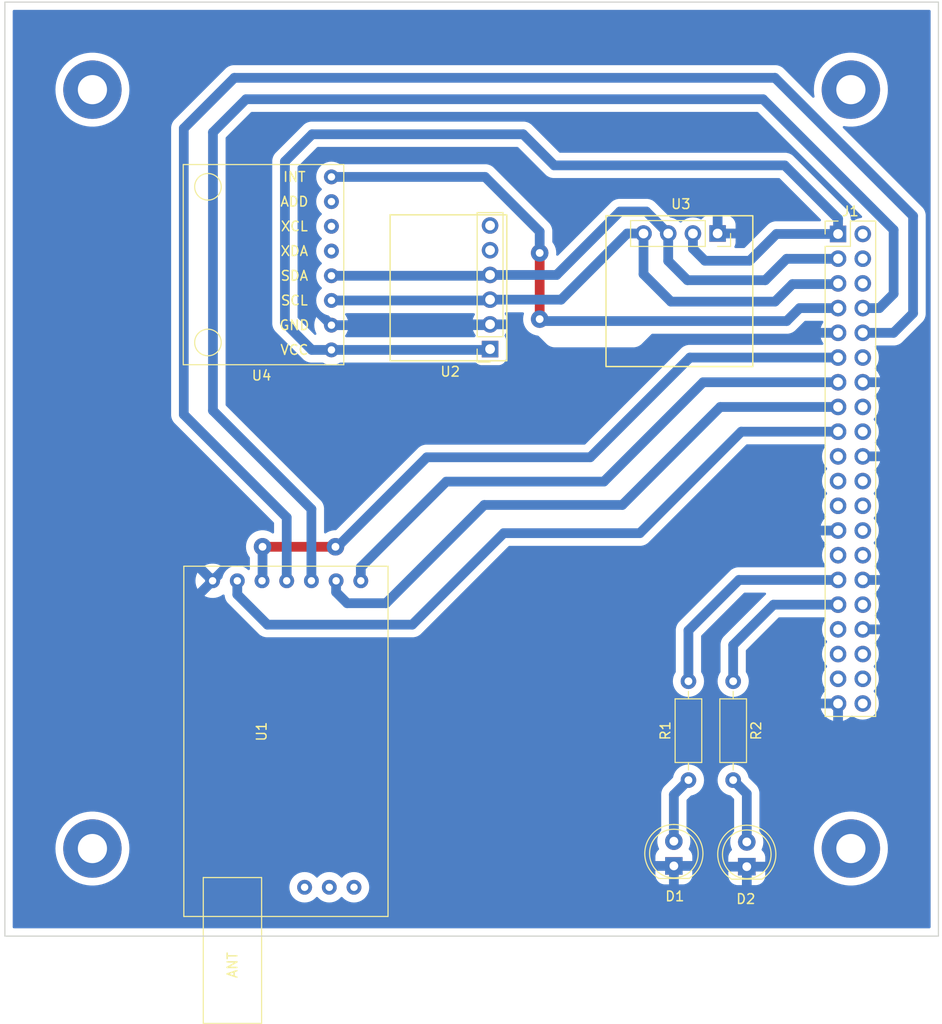
<source format=kicad_pcb>
(kicad_pcb (version 20211014) (generator pcbnew)
  (layers (0 "F.Cu" signal) (31 "B.Cu" signal) (34 "B.Paste" user) (35 "F.Paste" user) (36 "B.SilkS" user "B.Silkscreen") (37 "F.SilkS" user "F.Silkscreen") (38 "B.Mask" user) (39 "F.Mask" user) (44 "Edge.Cuts" user))
  (net 0 "")
  (net 1 "GND")
  (net 2 "Net-(D1-Pad2)")
  (net 3 "Net-(D2-Pad2)")
  (net 4 "/3.3V")
  (net 5 "/5V")
  (net 6 "/SDA")
  (net 8 "/SCL")
  (net 9 "/INT")
  (net 10 "/TX0")
  (net 11 "/RX0")
  (net 12 "/AUX")
  (net 14 "/M0")
  (net 15 "/M1")
  (net 26 "/LED1")
  (net 27 "/LED2")
  (footprint "usini_sensors:module_mpu6050" (layer "F.Cu") (at 128.185 65.983 180)
    (fp_text reference "U4" (at 7.185 -20.417 180) (layer "F.SilkS"))
    (fp_text value "module_mpu6050")
    (fp_text user "INT" (at 3.81 0) (layer "F.SilkS"))
    (fp_text user "ADD" (at 3.81 -2.54) (layer "F.SilkS"))
    (fp_text user "VCC" (at 3.81 -17.78) (layer "F.SilkS"))
    (fp_text user "XCL" (at 3.81 -5.08) (layer "F.SilkS"))
    (fp_text user "GND" (at 3.81 -15.24) (layer "F.SilkS"))
    (fp_text user "XDA" (at 3.81 -7.62) (layer "F.SilkS"))
    (fp_text user "SDA" (at 3.81 -10.16) (layer "F.SilkS"))
    (fp_text user "SCL" (at 3.81 -12.7) (layer "F.SilkS"))
    (fp_line (start 15.24 -19.304) (end 15.24 1.27) (layer "F.SilkS") (width 0.12))
    (fp_line (start -1.27 -19.304) (end 15.24 -19.304) (layer "F.SilkS") (width 0.12))
    (fp_line (start 15.24 1.27) (end -1.27 1.27) (layer "F.SilkS") (width 0.12))
    (fp_line (start -1.27 1.27) (end -1.27 -19.304) (layer "F.SilkS") (width 0.12))
    (fp_circle (center 12.7 -1.016) (end 13.208 0.254) (layer "F.SilkS") (width 0.12) (fill none))
    (fp_circle (center 12.7 -17.018) (end 13.208 -15.748) (layer "F.SilkS") (width 0.12) (fill none))
    (pad "1" thru_hole circle locked (at 0 -17.78 180) (size 1.524 1.524) (drill 0.762) (layers *.Cu *.Mask) (net 4 "/3.3V"))
    (pad "2" thru_hole circle locked (at 0 -15.24 180) (size 1.524 1.524) (drill 0.762) (layers *.Cu *.Mask) (net 1 "GND"))
    (pad "3" thru_hole circle locked (at 0 -12.7 180) (size 1.524 1.524) (drill 0.762) (layers *.Cu *.Mask) (net 8 "/SCL"))
    (pad "4" thru_hole circle locked (at 0 -10.16 180) (size 1.524 1.524) (drill 0.762) (layers *.Cu *.Mask) (net 6 "/SDA"))
    (pad "5" thru_hole circle locked (at 0 -7.62 180) (size 1.524 1.524) (drill 0.762) (layers *.Cu *.Mask))
    (pad "6" thru_hole circle locked (at 0 -5.08 180) (size 1.524 1.524) (drill 0.762) (layers *.Cu *.Mask))
    (pad "7" thru_hole circle locked (at 0 -2.54 180) (size 1.524 1.524) (drill 0.762) (layers *.Cu *.Mask))
    (pad "8" thru_hole circle locked (at 0 0 180) (size 1.524 1.524) (drill 0.762) (layers *.Cu *.Mask) (net 9 "/INT"))
  )
  (footprint "LED_THT:LED_D5.0mm" (layer "F.Cu") (at 163.4 136.8 90)
    (fp_text reference "D1" (at -3.125 0.1 180) (layer "F.SilkS"))
    (fp_text value "LED" hide)
    (fp_line (start -1.29 -1.545) (end -1.29 1.545) (layer "F.SilkS") (width 0.12))
    (fp_arc (start 4.26 -0.000462) (mid 2.072002 2.880433) (end -1.29 1.54483) (layer "F.SilkS") (width 0.12))
    (fp_arc (start -1.29 -1.54483) (mid 2.072002 -2.880433) (end 4.26 0.000462) (layer "F.SilkS") (width 0.12))
    (fp_circle (center 1.27 0) (end 3.77 0) (layer "F.SilkS") (width 0.12) (fill none))
    (pad "1" thru_hole rect (at 0 0 90) (size 1.8 1.8) (drill 0.9) (layers *.Cu *.Mask) (net 1 "GND"))
    (pad "2" thru_hole circle (at 2.54 0 90) (size 1.8 1.8) (drill 0.9) (layers *.Cu *.Mask) (net 2 "Net-(D1-Pad2)"))
  )
  (footprint "Resistor_THT:R_Axial_DIN0207_L6.3mm_D2.5mm_P10.16mm_Horizontal" (layer "F.Cu") (at 169.5 117.82 -90)
    (fp_text reference "R2" (at 5.08 -2.37 90) (layer "F.SilkS"))
    (fp_text value "100" hide)
    (fp_line (start 1.81 -1.37) (end 1.81 1.37) (layer "F.SilkS") (width 0.12))
    (fp_line (start 1.81 1.37) (end 8.35 1.37) (layer "F.SilkS") (width 0.12))
    (fp_line (start 8.35 1.37) (end 8.35 -1.37) (layer "F.SilkS") (width 0.12))
    (fp_line (start 9.12 0) (end 8.35 0) (layer "F.SilkS") (width 0.12))
    (fp_line (start 1.04 0) (end 1.81 0) (layer "F.SilkS") (width 0.12))
    (fp_line (start 8.35 -1.37) (end 1.81 -1.37) (layer "F.SilkS") (width 0.12))
    (pad "1" thru_hole circle (at 0 0 270) (size 1.6 1.6) (drill 0.8) (layers *.Cu *.Mask) (net 27 "/LED2"))
    (pad "2" thru_hole oval (at 10.16 0 270) (size 1.6 1.6) (drill 0.8) (layers *.Cu *.Mask) (net 3 "Net-(D2-Pad2)"))
  )
  (footprint "Connector_PinSocket_2.54mm:PinSocket_1x06_P2.54mm_Vertical" (layer "F.Cu") (at 144.5 83.68 180)
    (fp_text reference "U2" (at 4.1 -2.32 180) (layer "F.SilkS"))
    (fp_text value "BMP280_module")
    (fp_line (start 1.33 1.27) (end 1.33 14.03) (layer "F.SilkS") (width 0.12))
    (fp_line (start -1.33 1.27) (end -1.33 14.03) (layer "F.SilkS") (width 0.12))
    (fp_line (start -1.33 1.27) (end 1.33 1.27) (layer "F.SilkS") (width 0.12))
    (fp_line (start 0 -1.33) (end 1.33 -1.33) (layer "F.SilkS") (width 0.12))
    (fp_line (start 1.33 -1.33) (end 1.33 0) (layer "F.SilkS") (width 0.12))
    (fp_line (start -1.33 14.03) (end 1.33 14.03) (layer "F.SilkS") (width 0.12))
    (pad "1" thru_hole rect (at 0 0 180) (size 1.7 1.7) (drill 1) (layers *.Cu *.Mask) (net 4 "/3.3V"))
    (pad "2" thru_hole oval (at 0 2.54 180) (size 1.7 1.7) (drill 1) (layers *.Cu *.Mask) (net 1 "GND"))
    (pad "3" thru_hole oval (at 0 5.08 180) (size 1.7 1.7) (drill 1) (layers *.Cu *.Mask) (net 8 "/SCL"))
    (pad "4" thru_hole oval (at 0 7.62 180) (size 1.7 1.7) (drill 1) (layers *.Cu *.Mask) (net 6 "/SDA"))
    (pad "5" thru_hole oval (at 0 10.16 180) (size 1.7 1.7) (drill 1) (layers *.Cu *.Mask))
    (pad "6" thru_hole oval (at 0 12.7 180) (size 1.7 1.7) (drill 1) (layers *.Cu *.Mask))
  )
  (footprint "Resistor_THT:R_Axial_DIN0207_L6.3mm_D2.5mm_P10.16mm_Horizontal" (layer "F.Cu") (at 164.9 127.98 90)
    (fp_text reference "R1" (at 5.08 -2.37 90) (layer "F.SilkS"))
    (fp_text value "220" hide)
    (fp_line (start 8.35 1.37) (end 8.35 -1.37) (layer "F.SilkS") (width 0.12))
    (fp_line (start 1.81 1.37) (end 8.35 1.37) (layer "F.SilkS") (width 0.12))
    (fp_line (start 1.81 -1.37) (end 1.81 1.37) (layer "F.SilkS") (width 0.12))
    (fp_line (start 9.12 0) (end 8.35 0) (layer "F.SilkS") (width 0.12))
    (fp_line (start 1.04 0) (end 1.81 0) (layer "F.SilkS") (width 0.12))
    (fp_line (start 8.35 -1.37) (end 1.81 -1.37) (layer "F.SilkS") (width 0.12))
    (pad "1" thru_hole circle (at 0 0 90) (size 1.6 1.6) (drill 0.8) (layers *.Cu *.Mask) (net 2 "Net-(D1-Pad2)"))
    (pad "2" thru_hole oval (at 10.16 0 90) (size 1.6 1.6) (drill 0.8) (layers *.Cu *.Mask) (net 26 "/LED1"))
  )
  (footprint "Connector_PinSocket_2.54mm:PinSocket_1x04_P2.54mm_Vertical" (layer "F.Cu") (at 167.9 71.8 -90)
    (fp_text reference "U3" (at -3.025 3.78) (layer "F.SilkS"))
    (fp_text value "HDC1080_module")
    (fp_line (start 1.33 1.27) (end 1.33 8.95) (layer "F.SilkS") (width 0.12))
    (fp_line (start -1.33 8.95) (end 1.33 8.95) (layer "F.SilkS") (width 0.12))
    (fp_line (start -1.33 1.27) (end -1.33 8.95) (layer "F.SilkS") (width 0.12))
    (fp_line (start -1.33 1.27) (end 1.33 1.27) (layer "F.SilkS") (width 0.12))
    (fp_line (start 1.33 -1.33) (end 1.33 0) (layer "F.SilkS") (width 0.12))
    (fp_line (start 0 -1.33) (end 1.33 -1.33) (layer "F.SilkS") (width 0.12))
    (pad "1" thru_hole rect (at 0 0 270) (size 1.7 1.7) (drill 1) (layers *.Cu *.Mask) (net 1 "GND"))
    (pad "2" thru_hole oval (at 0 2.54 270) (size 1.7 1.7) (drill 1) (layers *.Cu *.Mask) (net 4 "/3.3V"))
    (pad "3" thru_hole oval (at 0 5.08 270) (size 1.7 1.7) (drill 1) (layers *.Cu *.Mask) (net 6 "/SDA"))
    (pad "4" thru_hole oval (at 0 7.62 270) (size 1.7 1.7) (drill 1) (layers *.Cu *.Mask) (net 8 "/SCL"))
  )
  (footprint "LED_THT:LED_D5.0mm" (layer "F.Cu") (at 170.9 136.875 90)
    (fp_text reference "D2" (at -3.325 -0.1 180) (layer "F.SilkS"))
    (fp_text value "LED" hide)
    (fp_line (start -1.29 -1.545) (end -1.29 1.545) (layer "F.SilkS") (width 0.12))
    (fp_arc (start 4.26 -0.000462) (mid 2.072002 2.880433) (end -1.29 1.54483) (layer "F.SilkS") (width 0.12))
    (fp_arc (start -1.29 -1.54483) (mid 2.072002 -2.880433) (end 4.26 0.000462) (layer "F.SilkS") (width 0.12))
    (fp_circle (center 1.27 0) (end 3.77 0) (layer "F.SilkS") (width 0.12) (fill none))
    (pad "1" thru_hole rect (at 0 0 90) (size 1.8 1.8) (drill 0.9) (layers *.Cu *.Mask) (net 1 "GND"))
    (pad "2" thru_hole circle (at 2.54 0 90) (size 1.8 1.8) (drill 0.9) (layers *.Cu *.Mask) (net 3 "Net-(D2-Pad2)"))
  )
  (footprint "Guilherme:E32-xxxT20D" (layer "F.Cu") (at 134.005 105.995 -90)
    (fp_text reference "U1" (at 17 13 90) (layer "F.SilkS"))
    (fp_text value "E32-433T20D")
    (fp_text user "ANT" (at 41 16 90) (layer "F.SilkS"))
    (fp_line (start 36 0) (end 0 0) (layer "F.SilkS") (width 0.12))
    (fp_line (start 36 21) (end 36 0) (layer "F.SilkS") (width 0.12))
    (fp_line (start 32 13) (end 47 13) (layer "F.SilkS") (width 0.12))
    (fp_line (start 47 13) (end 47 19) (layer "F.SilkS") (width 0.12))
    (fp_line (start 0 21) (end 36 21) (layer "F.SilkS") (width 0.12))
    (fp_line (start 47 19) (end 32 19) (layer "F.SilkS") (width 0.12))
    (fp_line (start 32 19) (end 32 13) (layer "F.SilkS") (width 0.12))
    (fp_line (start 0 0) (end 0 21) (layer "F.SilkS") (width 0.12))
    (pad "1" thru_hole circle locked (at 1.5 2.8 270) (size 1.524 1.524) (drill 0.762) (layers *.Cu *.Mask) (net 14 "/M0"))
    (pad "2" thru_hole circle locked (at 1.5 5.34 270) (size 1.524 1.524) (drill 0.762) (layers *.Cu *.Mask) (net 15 "/M1"))
    (pad "3" thru_hole circle locked (at 1.5 7.88 270) (size 1.524 1.524) (drill 0.762) (layers *.Cu *.Mask) (net 10 "/TX0"))
    (pad "4" thru_hole circle locked (at 1.5 10.42 270) (size 1.524 1.524) (drill 0.762) (layers *.Cu *.Mask) (net 11 "/RX0"))
    (pad "5" thru_hole circle locked (at 1.5 12.96 270) (size 1.524 1.524) (drill 0.762) (layers *.Cu *.Mask) (net 12 "/AUX"))
    (pad "6" thru_hole circle locked (at 1.5 15.5 270) (size 1.524 1.524) (drill 0.762) (layers *.Cu *.Mask) (net 4 "/3.3V"))
    (pad "7" thru_hole circle locked (at 1.5 18.04 270) (size 1.524 1.524) (drill 0.762) (layers *.Cu *.Mask) (net 1 "GND"))
    (pad "8" thru_hole circle locked (at 33 8.58 270) (size 1.524 1.524) (drill 0.762) (layers *.Cu *.Mask))
    (pad "9" thru_hole circle locked (at 33 6.04 270) (size 1.524 1.524) (drill 0.762) (layers *.Cu *.Mask))
    (pad "10" thru_hole circle locked (at 33 3.5 270) (size 1.524 1.524) (drill 0.762) (layers *.Cu *.Mask))
  )
  (footprint "Guilherme:OBSAT-Board" (layer "F.Cu") (at 180.287 71.848)
    (fp_text reference "J1" (at 1.27 -2.33) (layer "F.SilkS"))
    (fp_text value "Conn_02x20_Odd_Even" hide)
    (fp_line (start -1.33 1.27) (end -1.33 49.59) (layer "F.SilkS") (width 0.12))
    (fp_line (start -1.33 49.59) (end 3.87 49.59) (layer "F.SilkS") (width 0.12))
    (fp_line (start -1.33 -1.33) (end 0 -1.33) (layer "F.SilkS") (width 0.12))
    (fp_line (start 1.27 1.27) (end 1.27 -1.33) (layer "F.SilkS") (width 0.12))
    (fp_line (start 3.87 -1.33) (end 3.87 49.59) (layer "F.SilkS") (width 0.12))
    (fp_line (start -1.33 1.27) (end 1.27 1.27) (layer "F.SilkS") (width 0.12))
    (fp_line (start -1.33 0) (end -1.33 -1.33) (layer "F.SilkS") (width 0.12))
    (fp_line (start 1.27 -1.33) (end 3.87 -1.33) (layer "F.SilkS") (width 0.12))
    (fp_line (start -85.682 -23.833) (end 10.318 -23.833) (layer "Edge.Cuts") (width 0.12))
    (fp_line (start 10.318 72.167) (end -85.682 72.167) (layer "Edge.Cuts") (width 0.12))
    (fp_line (start -85.682 -23.833) (end -85.682 72.167) (layer "Edge.Cuts") (width 0.12))
    (fp_line (start 10.318 -23.833) (end 10.318 72.167) (layer "Edge.Cuts") (width 0.12))
    (pad "" thru_hole circle (at 1.318 -14.833) (size 6 6) (drill 3) (layers *.Cu *.Mask))
    (pad "" thru_hole circle (at -76.682 -14.833) (size 6 6) (drill 3) (layers *.Cu *.Mask))
    (pad "" thru_hole circle (at -76.682 63.167) (size 6 6) (drill 3) (layers *.Cu *.Mask))
    (pad "" thru_hole circle (at 1.318 63.167) (size 6 6) (drill 3) (layers *.Cu *.Mask))
    (pad "1" thru_hole rect (at 0 0) (size 1.7 1.7) (drill 1) (layers *.Cu *.Mask) (net 4 "/3.3V"))
    (pad "2" thru_hole oval (at 2.54 0) (size 1.7 1.7) (drill 1) (layers *.Cu *.Mask) (net 5 "/5V"))
    (pad "3" thru_hole oval (at 0 2.54) (size 1.7 1.7) (drill 1) (layers *.Cu *.Mask) (net 6 "/SDA"))
    (pad "4" thru_hole oval (at 2.54 2.54) (size 1.7 1.7) (drill 1) (layers *.Cu *.Mask))
    (pad "5" thru_hole oval (at 0 5.08) (size 1.7 1.7) (drill 1) (layers *.Cu *.Mask) (net 8 "/SCL"))
    (pad "6" thru_hole oval (at 2.54 5.08) (size 1.7 1.7) (drill 1) (layers *.Cu *.Mask) (net 1 "GND"))
    (pad "7" thru_hole oval (at 0 7.62) (size 1.7 1.7) (drill 1) (layers *.Cu *.Mask) (net 9 "/INT"))
    (pad "8" thru_hole oval (at 2.54 7.62) (size 1.7 1.7) (drill 1) (layers *.Cu *.Mask) (net 10 "/TX0"))
    (pad "9" thru_hole oval (at 0 10.16) (size 1.7 1.7) (drill 1) (layers *.Cu *.Mask) (net 1 "GND"))
    (pad "10" thru_hole oval (at 2.54 10.16) (size 1.7 1.7) (drill 1) (layers *.Cu *.Mask) (net 11 "/RX0"))
    (pad "11" thru_hole oval (at 0 12.7) (size 1.7 1.7) (drill 1) (layers *.Cu *.Mask) (net 12 "/AUX"))
    (pad "12" thru_hole oval (at 2.54 12.7) (size 1.7 1.7) (drill 1) (layers *.Cu *.Mask))
    (pad "13" thru_hole oval (at 0 15.24) (size 1.7 1.7) (drill 1) (layers *.Cu *.Mask) (net 14 "/M0"))
    (pad "14" thru_hole oval (at 2.54 15.24) (size 1.7 1.7) (drill 1) (layers *.Cu *.Mask) (net 1 "GND"))
    (pad "15" thru_hole oval (at 0 17.78) (size 1.7 1.7) (drill 1) (layers *.Cu *.Mask) (net 15 "/M1"))
    (pad "16" thru_hole oval (at 2.54 17.78) (size 1.7 1.7) (drill 1) (layers *.Cu *.Mask))
    (pad "17" thru_hole oval (at 0 20.32) (size 1.7 1.7) (drill 1) (layers *.Cu *.Mask) (net 4 "/3.3V"))
    (pad "18" thru_hole oval (at 2.54 20.32) (size 1.7 1.7) (drill 1) (layers *.Cu *.Mask))
    (pad "19" thru_hole oval (at 0 22.86) (size 1.7 1.7) (drill 1) (layers *.Cu *.Mask))
    (pad "20" thru_hole oval (at 2.54 22.86) (size 1.7 1.7) (drill 1) (layers *.Cu *.Mask) (net 1 "GND"))
    (pad "21" thru_hole oval (at 0 25.4) (size 1.7 1.7) (drill 1) (layers *.Cu *.Mask))
    (pad "22" thru_hole oval (at 2.54 25.4) (size 1.7 1.7) (drill 1) (layers *.Cu *.Mask))
    (pad "23" thru_hole oval (at 0 27.94) (size 1.7 1.7) (drill 1) (layers *.Cu *.Mask))
    (pad "24" thru_hole oval (at 2.54 27.94) (size 1.7 1.7) (drill 1) (layers *.Cu *.Mask))
    (pad "25" thru_hole oval (at 0 30.48) (size 1.7 1.7) (drill 1) (layers *.Cu *.Mask) (net 1 "GND"))
    (pad "26" thru_hole oval (at 2.54 30.48) (size 1.7 1.7) (drill 1) (layers *.Cu *.Mask))
    (pad "27" thru_hole oval (at 0 33.02) (size 1.7 1.7) (drill 1) (layers *.Cu *.Mask))
    (pad "28" thru_hole oval (at 2.54 33.02) (size 1.7 1.7) (drill 1) (layers *.Cu *.Mask))
    (pad "29" thru_hole oval (at 0 35.56) (size 1.7 1.7) (drill 1) (layers *.Cu *.Mask) (net 26 "/LED1"))
    (pad "30" thru_hole oval (at 2.54 35.56) (size 1.7 1.7) (drill 1) (layers *.Cu *.Mask) (net 1 "GND"))
    (pad "31" thru_hole oval (at 0 38.1) (size 1.7 1.7) (drill 1) (layers *.Cu *.Mask) (net 27 "/LED2"))
    (pad "32" thru_hole oval (at 2.54 38.1) (size 1.7 1.7) (drill 1) (layers *.Cu *.Mask))
    (pad "33" thru_hole oval (at 0 40.64) (size 1.7 1.7) (drill 1) (layers *.Cu *.Mask))
    (pad "34" thru_hole oval (at 2.54 40.64) (size 1.7 1.7) (drill 1) (layers *.Cu *.Mask) (net 1 "GND"))
    (pad "35" thru_hole oval (at 0 43.18) (size 1.7 1.7) (drill 1) (layers *.Cu *.Mask))
    (pad "36" thru_hole oval (at 2.54 43.18) (size 1.7 1.7) (drill 1) (layers *.Cu *.Mask))
    (pad "37" thru_hole oval (at 0 45.72) (size 1.7 1.7) (drill 1) (layers *.Cu *.Mask))
    (pad "38" thru_hole oval (at 2.54 45.72) (size 1.7 1.7) (drill 1) (layers *.Cu *.Mask))
    (pad "39" thru_hole oval (at 0 48.26) (size 1.7 1.7) (drill 1) (layers *.Cu *.Mask) (net 1 "GND"))
    (pad "40" thru_hole oval (at 2.54 48.26) (size 1.7 1.7) (drill 1) (layers *.Cu *.Mask))
  )
  (gr_rect (start 171.52 85.475) (end 156.42 69.975) (layer "F.SilkS") (width 0.15) (fill none))
  (gr_rect (start 146.22 84.88) (end 134.22 69.88) (layer "F.SilkS") (width 0.15) (fill none))
  (segment (start 128.185 81.223) (end 144.417 81.223) (width 1) (layer "B.Cu") (net 1))
  (segment (start 170.825 136.8) (end 170.9 136.875) (width 1) (layer "B.Cu") (net 1))
  (segment (start 144.417 81.223) (end 144.5 81.14) (width 1) (layer "B.Cu") (net 1))
  (segment (start 163.4 129.48) (end 164.9 127.98) (width 1) (layer "B.Cu") (net 2))
  (segment (start 163.4 134.26) (end 163.4 129.48) (width 1) (layer "B.Cu") (net 2))
  (segment (start 170.9 129.38) (end 169.5 127.98) (width 1) (layer "B.Cu") (net 3))
  (segment (start 170.9 134.335) (end 170.9 129.38) (width 1) (layer "B.Cu") (net 3))
  (segment (start 165.36 71.8) (end 165.36 73.36) (width 1) (layer "B.Cu") (net 4))
  (segment (start 126.163 83.763) (end 128.185 83.763) (width 1) (layer "B.Cu") (net 4))
  (segment (start 118.505 108.905) (end 118.505 107.495) (width 1) (layer "B.Cu") (net 4))
  (segment (start 170.332 92.168) (end 159.9 102.6) (width 1) (layer "B.Cu") (net 4))
  (segment (start 171.2 74.6) (end 173.952 71.848) (width 1) (layer "B.Cu") (net 4))
  (segment (start 166.6 74.6) (end 171.2 74.6) (width 1) (layer "B.Cu") (net 4))
  (segment (start 165.36 73.36) (end 166.6 74.6) (width 1) (layer "B.Cu") (net 4))
  (segment (start 174.8 64.8) (end 151.1 64.8) (width 1) (layer "B.Cu") (net 4))
  (segment (start 159.9 102.6) (end 145.9 102.6) (width 1) (layer "B.Cu") (net 4))
  (segment (start 173.952 71.848) (end 180.287 71.848) (width 1) (layer "B.Cu") (net 4))
  (segment (start 145.9 102.6) (end 136.5 112) (width 1) (layer "B.Cu") (net 4))
  (segment (start 123.4 64.4) (end 123.4 81) (width 1) (layer "B.Cu") (net 4))
  (segment (start 151.1 64.8) (end 147.9 61.6) (width 1) (layer "B.Cu") (net 4))
  (segment (start 180.287 92.168) (end 170.332 92.168) (width 1) (layer "B.Cu") (net 4))
  (segment (start 180.287 71.848) (end 180.287 70.287) (width 1) (layer "B.Cu") (net 4))
  (segment (start 180.287 70.287) (end 174.8 64.8) (width 1) (layer "B.Cu") (net 4))
  (segment (start 144.417 83.763) (end 144.5 83.68) (width 1) (layer "B.Cu") (net 4))
  (segment (start 128.185 83.763) (end 144.417 83.763) (width 1) (layer "B.Cu") (net 4))
  (segment (start 126.2 61.6) (end 123.4 64.4) (width 1) (layer "B.Cu") (net 4))
  (segment (start 121.6 112) (end 118.505 108.905) (width 1) (layer "B.Cu") (net 4))
  (segment (start 136.5 112) (end 121.6 112) (width 1) (layer "B.Cu") (net 4))
  (segment (start 123.4 81) (end 126.163 83.763) (width 1) (layer "B.Cu") (net 4))
  (segment (start 147.9 61.6) (end 126.2 61.6) (width 1) (layer "B.Cu") (net 4))
  (segment (start 180.275 74.4) (end 180.287 74.388) (width 1) (layer "B.Cu") (net 6))
  (segment (start 175 74.4) (end 180.275 74.4) (width 1) (layer "B.Cu") (net 6))
  (segment (start 162.82 71.8) (end 160.56 69.54) (width 1) (layer "B.Cu") (net 6))
  (segment (start 144.417 76.143) (end 144.5 76.06) (width 1) (layer "B.Cu") (net 6))
  (segment (start 128.185 76.143) (end 144.417 76.143) (width 1) (layer "B.Cu") (net 6))
  (segment (start 151.34 76.06) (end 144.5 76.06) (width 1) (layer "B.Cu") (net 6))
  (segment (start 162.82 74.62) (end 164.8 76.6) (width 1) (layer "B.Cu") (net 6))
  (segment (start 164.8 76.6) (end 172.8 76.6) (width 1) (layer "B.Cu") (net 6))
  (segment (start 172.8 76.6) (end 175 74.4) (width 1) (layer "B.Cu") (net 6))
  (segment (start 162.82 71.8) (end 162.82 74.62) (width 1) (layer "B.Cu") (net 6))
  (segment (start 157.86 69.54) (end 151.34 76.06) (width 1) (layer "B.Cu") (net 6))
  (segment (start 160.56 69.54) (end 157.86 69.54) (width 1) (layer "B.Cu") (net 6))
  (segment (start 144.417 78.683) (end 144.5 78.6) (width 1) (layer "B.Cu") (net 8))
  (segment (start 175.6 77) (end 180.215 77) (width 1) (layer "B.Cu") (net 8))
  (segment (start 163.1 78.8) (end 173.8 78.8) (width 1) (layer "B.Cu") (net 8))
  (segment (start 151.8 78.6) (end 158.6 71.8) (width 1) (layer "B.Cu") (net 8))
  (segment (start 160.28 71.8) (end 160.28 75.98) (width 1) (layer "B.Cu") (net 8))
  (segment (start 180.215 77) (end 180.287 76.928) (width 1) (layer "B.Cu") (net 8))
  (segment (start 173.8 78.8) (end 175.6 77) (width 1) (layer "B.Cu") (net 8))
  (segment (start 144.5 78.6) (end 151.8 78.6) (width 1) (layer "B.Cu") (net 8))
  (segment (start 158.6 71.8) (end 160.28 71.8) (width 1) (layer "B.Cu") (net 8))
  (segment (start 160.28 75.98) (end 163.1 78.8) (width 1) (layer "B.Cu") (net 8))
  (segment (start 128.185 78.683) (end 144.417 78.683) (width 1) (layer "B.Cu") (net 8))
  (segment (start 149.6 73.8) (end 149.6 80.6) (width 1) (layer "F.Cu") (net 9))
  (via (at 149.6 80.6) (size 1.8) (drill 0.8) (layers "F.Cu" "B.Cu") (net 9))
  (via (at 149.6 73.8) (size 1.8) (drill 0.8) (layers "F.Cu" "B.Cu") (net 9))
  (segment (start 128.2 65.968) (end 128.185 65.983) (width 1) (layer "B.Cu") (net 9))
  (segment (start 143.983 65.983) (end 128.185 65.983) (width 1) (layer "B.Cu") (net 9))
  (segment (start 176.332 79.468) (end 180.287 79.468) (width 1) (layer "B.Cu") (net 9))
  (segment (start 149.6 73.8) (end 149.6 71.6) (width 1) (layer "B.Cu") (net 9))
  (segment (start 149.6 80.6) (end 149.8 80.8) (width 1) (layer "B.Cu") (net 9))
  (segment (start 149.6 71.6) (end 143.983 65.983) (width 1) (layer "B.Cu") (net 9))
  (segment (start 175 80.8) (end 176.332 79.468) (width 1) (layer "B.Cu") (net 9))
  (segment (start 149.8 80.8) (end 175 80.8) (width 1) (layer "B.Cu") (net 9))
  (segment (start 182.827 79.468) (end 184.532 79.468) (width 1) (layer "B.Cu") (net 10))
  (segment (start 116 90) (end 126.125 100.125) (width 1) (layer "B.Cu") (net 10))
  (segment (start 184.532 79.468) (end 186 78) (width 1) (layer "B.Cu") (net 10))
  (segment (start 172.571104 58) (end 119.4 58) (width 1) (layer "B.Cu") (net 10))
  (segment (start 126.125 100.125) (end 126.125 107.495) (width 1) (layer "B.Cu") (net 10))
  (segment (start 119.4 58) (end 116 61.4) (width 1) (layer "B.Cu") (net 10))
  (segment (start 116 61.4) (end 116 90) (width 1) (layer "B.Cu") (net 10))
  (segment (start 186 71.428896) (end 172.571104 58) (width 1) (layer "B.Cu") (net 10))
  (segment (start 186 78) (end 186 71.428896) (width 1) (layer "B.Cu") (net 10))
  (segment (start 113 61) (end 113 90.4) (width 1) (layer "B.Cu") (net 11))
  (segment (start 113 90.4) (end 123.585 100.985) (width 1) (layer "B.Cu") (net 11))
  (segment (start 182.827 82.008) (end 185.992 82.008) (width 1) (layer "B.Cu") (net 11))
  (segment (start 188 70) (end 173.8 55.8) (width 1) (layer "B.Cu") (net 11))
  (segment (start 123.585 100.985) (end 123.585 107.495) (width 1) (layer "B.Cu") (net 11))
  (segment (start 173.8 55.8) (end 118.2 55.8) (width 1) (layer "B.Cu") (net 11))
  (segment (start 185.992 82.008) (end 188 80) (width 1) (layer "B.Cu") (net 11))
  (segment (start 188 80) (end 188 70) (width 1) (layer "B.Cu") (net 11))
  (segment (start 118.2 55.8) (end 113 61) (width 1) (layer "B.Cu") (net 11))
  (segment (start 128.6 104) (end 121.1 104) (width 1) (layer "F.Cu") (net 12))
  (via (at 128.6 104) (size 1.8) (drill 0.8) (layers "F.Cu" "B.Cu") (net 12))
  (via (at 121.1 104) (size 1.8) (drill 0.8) (layers "F.Cu" "B.Cu") (net 12))
  (segment (start 165.052 84.548) (end 180.287 84.548) (width 1) (layer "B.Cu") (net 12))
  (segment (start 121.1 107.44) (end 121.045 107.495) (width 1) (layer "B.Cu") (net 12))
  (segment (start 128.8 104) (end 138 94.8) (width 1) (layer "B.Cu") (net 12))
  (segment (start 121.1 104) (end 121.1 107.44) (width 1) (layer "B.Cu") (net 12))
  (segment (start 154.8 94.8) (end 165.052 84.548) (width 1) (layer "B.Cu") (net 12))
  (segment (start 138 94.8) (end 154.8 94.8) (width 1) (layer "B.Cu") (net 12))
  (segment (start 128.6 104) (end 128.8 104) (width 1) (layer "B.Cu") (net 12))
  (segment (start 131.205 106.095) (end 131.205 107.495) (width 1) (layer "B.Cu") (net 14))
  (segment (start 140 97.3) (end 131.205 106.095) (width 1) (layer "B.Cu") (net 14))
  (segment (start 166.412 87.088) (end 156.2 97.3) (width 1) (layer "B.Cu") (net 14))
  (segment (start 180.287 87.088) (end 166.412 87.088) (width 1) (layer "B.Cu") (net 14))
  (segment (start 156.2 97.3) (end 140 97.3) (width 1) (layer "B.Cu") (net 14))
  (segment (start 143.9 99.7) (end 133.8 109.8) (width 1) (layer "B.Cu") (net 15))
  (segment (start 129.8 109.8) (end 128.665 108.665) (width 1) (layer "B.Cu") (net 15))
  (segment (start 128.665 108.665) (end 128.665 107.495) (width 1) (layer "B.Cu") (net 15))
  (segment (start 180.287 89.628) (end 168.172 89.628) (width 1) (layer "B.Cu") (net 15))
  (segment (start 133.8 109.8) (end 129.8 109.8) (width 1) (layer "B.Cu") (net 15))
  (segment (start 168.172 89.628) (end 158.1 99.7) (width 1) (layer "B.Cu") (net 15))
  (segment (start 158.1 99.7) (end 143.9 99.7) (width 1) (layer "B.Cu") (net 15))
  (segment (start 170.092 107.408) (end 180.287 107.408) (width 1) (layer "B.Cu") (net 26))
  (segment (start 164.9 117.82) (end 164.9 112.6) (width 1) (layer "B.Cu") (net 26))
  (segment (start 164.9 112.6) (end 170.092 107.408) (width 1) (layer "B.Cu") (net 26))
  (segment (start 169.5 117.82) (end 169.5 114.1) (width 1) (layer "B.Cu") (net 27))
  (segment (start 173.652 109.948) (end 180.287 109.948) (width 1) (layer "B.Cu") (net 27))
  (segment (start 169.5 114.1) (end 173.652 109.948) (width 1) (layer "B.Cu") (net 27))
  (zone (net 1) (net_name "GND") (layer "B.Cu") (connect_pads (clearance 0.8)) (min_thickness 0.25) (fill yes (thermal_gap 1) (thermal_bridge_width 1))
    (polygon (pts (xy 191 144.6) (xy 94.1 144.6) (xy 94.1 47.8) (xy 190.9 47.8)))
  )
)
</source>
